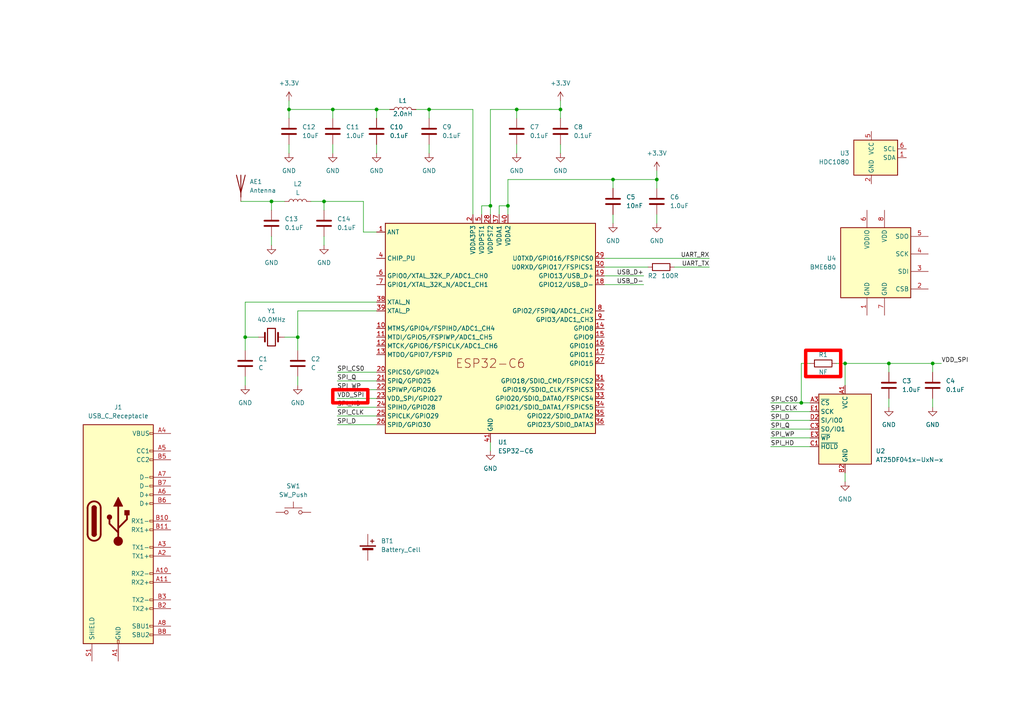
<source format=kicad_sch>
(kicad_sch (version 20230121) (generator eeschema)
  (paper "A4")
  (lib_symbols
    (symbol "Connector:USB_C_Receptacle" (pin_names (offset 1.016))
      (property "Reference" "J" (at -10.16 29.21 0))
      (property "Value" "USB_C_Receptacle" (at 10.16 29.21 0))
      (symbol "USB_C_Receptacle_0_0"
        (rectangle (start -0.254 -35.56) (end 0.254 -34.544))
        (rectangle (start 10.16 -32.766) (end 9.144 -33.274))
        (rectangle (start 10.16 -30.226) (end 9.144 -30.734))
        (rectangle (start 10.16 -25.146) (end 9.144 -25.654))
        (rectangle (start 10.16 -22.606) (end 9.144 -23.114))
        (rectangle (start 10.16 -17.526) (end 9.144 -18.034))
        (rectangle (start 10.16 -14.986) (end 9.144 -15.494))
        (rectangle (start 10.16 -9.906) (end 9.144 -10.414))
        (rectangle (start 10.16 -7.366) (end 9.144 -7.874))
        (rectangle (start 10.16 -2.286) (end 9.144 -2.794))
        (rectangle (start 10.16 0.254) (end 9.144 -0.254))
        (rectangle (start 10.16 5.334) (end 9.144 4.826))
        (rectangle (start 10.16 7.874) (end 9.144 7.366))
        (rectangle (start 10.16 10.414) (end 9.144 9.906))
        (rectangle (start 10.16 12.954) (end 9.144 12.446))
        (rectangle (start 10.16 18.034) (end 9.144 17.526))
        (rectangle (start 10.16 20.574) (end 9.144 20.066))
        (rectangle (start 10.16 25.654) (end 9.144 25.146))
      )
      (symbol "USB_C_Receptacle_0_1"
        (rectangle (start -10.16 27.94) (end 10.16 -35.56) (stroke (width 0.254)) (fill (type background)))
        (arc (start -8.89 -3.81) (mid -6.985 -5.7067) (end -5.08 -3.81) (stroke (width 0.508)))
        (arc (start -7.62 -3.81) (mid -6.985 -4.4423) (end -6.35 -3.81) (stroke (width 0.254)))
        (arc (start -7.62 -3.81) (mid -6.985 -4.4423) (end -6.35 -3.81) (stroke (width 0.254)) (fill (type outline)))
        (rectangle (start -7.62 -3.81) (end -6.35 3.81) (stroke (width 0.254)) (fill (type outline)))
        (arc (start -6.35 3.81) (mid -6.985 4.4423) (end -7.62 3.81) (stroke (width 0.254)))
        (arc (start -6.35 3.81) (mid -6.985 4.4423) (end -7.62 3.81) (stroke (width 0.254)) (fill (type outline)))
        (arc (start -5.08 3.81) (mid -6.985 5.7067) (end -8.89 3.81) (stroke (width 0.508)))
        (polyline (pts (xy -8.89 -3.81) (xy -8.89 3.81)) (stroke (width 0.508)))
        (polyline (pts (xy -5.08 3.81) (xy -5.08 -3.81)) (stroke (width 0.508)))
      )
      (symbol "USB_C_Receptacle_1_1"
        (circle (center -2.54 1.143) (radius 0.635) (stroke (width 0.254)) (fill (type outline)))
        (circle (center 0 -5.842) (radius 1.27) (fill (type outline)))
        (polyline (pts (xy 0 -5.842) (xy 0 4.318)) (stroke (width 0.508)))
        (polyline (pts (xy 0 -3.302) (xy -2.54 -0.762) (xy -2.54 0.508)) (stroke (width 0.508)))
        (polyline (pts (xy 0 -2.032) (xy 2.54 0.508) (xy 2.54 1.778)) (stroke (width 0.508)))
        (polyline (pts (xy -1.27 4.318) (xy 0 6.858) (xy 1.27 4.318) (xy -1.27 4.318)) (stroke (width 0.254)) (fill (type outline)))
        (rectangle (start 1.905 1.778) (end 3.175 3.048) (stroke (width 0.254)) (fill (type outline)))
        (pin passive line (at 0 -40.64 90) (length 5.08) (name "GND") (number "A1"))
        (pin bidirectional line (at 15.24 -15.24 180) (length 5.08) (name "RX2-") (number "A10"))
        (pin bidirectional line (at 15.24 -17.78 180) (length 5.08) (name "RX2+") (number "A11"))
        (pin passive line (at 0 -40.64 90) (length 5.08) hide (name "GND") (number "A12"))
        (pin bidirectional line (at 15.24 -10.16 180) (length 5.08) (name "TX1+") (number "A2"))
        (pin bidirectional line (at 15.24 -7.62 180) (length 5.08) (name "TX1-") (number "A3"))
        (pin passive line (at 15.24 25.4 180) (length 5.08) (name "VBUS") (number "A4"))
        (pin bidirectional line (at 15.24 20.32 180) (length 5.08) (name "CC1") (number "A5"))
        (pin bidirectional line (at 15.24 7.62 180) (length 5.08) (name "D+") (number "A6"))
        (pin bidirectional line (at 15.24 12.7 180) (length 5.08) (name "D-") (number "A7"))
        (pin bidirectional line (at 15.24 -30.48 180) (length 5.08) (name "SBU1") (number "A8"))
        (pin passive line (at 15.24 25.4 180) (length 5.08) hide (name "VBUS") (number "A9"))
        (pin passive line (at 0 -40.64 90) (length 5.08) hide (name "GND") (number "B1"))
        (pin bidirectional line (at 15.24 0 180) (length 5.08) (name "RX1-") (number "B10"))
        (pin bidirectional line (at 15.24 -2.54 180) (length 5.08) (name "RX1+") (number "B11"))
        (pin passive line (at 0 -40.64 90) (length 5.08) hide (name "GND") (number "B12"))
        (pin bidirectional line (at 15.24 -25.4 180) (length 5.08) (name "TX2+") (number "B2"))
        (pin bidirectional line (at 15.24 -22.86 180) (length 5.08) (name "TX2-") (number "B3"))
        (pin passive line (at 15.24 25.4 180) (length 5.08) hide (name "VBUS") (number "B4"))
        (pin bidirectional line (at 15.24 17.78 180) (length 5.08) (name "CC2") (number "B5"))
        (pin bidirectional line (at 15.24 5.08 180) (length 5.08) (name "D+") (number "B6"))
        (pin bidirectional line (at 15.24 10.16 180) (length 5.08) (name "D-") (number "B7"))
        (pin bidirectional line (at 15.24 -33.02 180) (length 5.08) (name "SBU2") (number "B8"))
        (pin passive line (at 15.24 25.4 180) (length 5.08) hide (name "VBUS") (number "B9"))
        (pin passive line (at -7.62 -40.64 90) (length 5.08) (name "SHIELD") (number "S1"))
      )
    )
    (symbol "Device:Antenna" (pin_numbers hide) (pin_names (offset 1.016) hide)
      (property "Reference" "AE" (at -1.905 1.905 0))
      (property "Value" "Antenna" (at -1.905 0 0))
      (symbol "Antenna_0_1"
        (polyline (pts (xy 0 2.54) (xy 0 -3.81)) (stroke (width 0.254)))
        (polyline (pts (xy 1.27 2.54) (xy 0 -2.54) (xy -1.27 2.54)) (stroke (width 0.254)))
      )
      (symbol "Antenna_1_1"
        (pin input line (at 0 -5.08 90) (length 2.54) (name "A") (number "1"))
      )
    )
    (symbol "Device:Battery_Cell" (pin_numbers hide) (pin_names (offset 0) hide)
      (property "Reference" "BT" (at 2.54 2.54 0))
      (property "Value" "Battery_Cell" (at 2.54 0 0))
      (symbol "Battery_Cell_0_1"
        (rectangle (start -2.286 1.778) (end 2.286 1.524) (fill (type outline)))
        (rectangle (start -1.524 1.016) (end 1.524 0.508) (fill (type outline)))
        (polyline (pts (xy 0 0.762) (xy 0 0)))
        (polyline (pts (xy 0 1.778) (xy 0 2.54)))
        (polyline (pts (xy 0.762 3.048) (xy 1.778 3.048)) (stroke (width 0.254)))
        (polyline (pts (xy 1.27 3.556) (xy 1.27 2.54)) (stroke (width 0.254)))
      )
      (symbol "Battery_Cell_1_1"
        (pin passive line (at 0 5.08 270) (length 2.54) (name "+") (number "1"))
        (pin passive line (at 0 -2.54 90) (length 2.54) (name "-") (number "2"))
      )
    )
    (symbol "Device:C" (pin_numbers hide) (pin_names (offset 0.254))
      (property "Reference" "C" (at 0.635 2.54 0))
      (property "Value" "C" (at 0.635 -2.54 0))
      (symbol "C_0_1"
        (polyline (pts (xy -2.032 -0.762) (xy 2.032 -0.762)) (stroke (width 0.508)))
        (polyline (pts (xy -2.032 0.762) (xy 2.032 0.762)) (stroke (width 0.508)))
      )
      (symbol "C_1_1"
        (pin passive line (at 0 3.81 270) (length 2.794) (name "~") (number "1"))
        (pin passive line (at 0 -3.81 90) (length 2.794) (name "~") (number "2"))
      )
    )
    (symbol "Device:Crystal" (pin_numbers hide) (pin_names (offset 1.016) hide)
      (property "Reference" "Y" (at 0 3.81 0))
      (property "Value" "Crystal" (at 0 -3.81 0))
      (symbol "Crystal_0_1"
        (rectangle (start -1.143 2.54) (end 1.143 -2.54) (stroke (width 0.3048)))
        (polyline (pts (xy -2.54 0) (xy -1.905 0)))
        (polyline (pts (xy -1.905 -1.27) (xy -1.905 1.27)) (stroke (width 0.508)))
        (polyline (pts (xy 1.905 -1.27) (xy 1.905 1.27)) (stroke (width 0.508)))
        (polyline (pts (xy 2.54 0) (xy 1.905 0)))
      )
      (symbol "Crystal_1_1"
        (pin passive line (at -3.81 0 0) (length 1.27) (name "1") (number "1"))
        (pin passive line (at 3.81 0 180) (length 1.27) (name "2") (number "2"))
      )
    )
    (symbol "Device:L" (pin_numbers hide) (pin_names (offset 1.016) hide)
      (property "Reference" "L" (at -1.27 0 90))
      (property "Value" "L" (at 1.905 0 90))
      (symbol "L_0_1"
        (arc (start 0 -2.54) (mid 0.6323 -1.905) (end 0 -1.27))
        (arc (start 0 -1.27) (mid 0.6323 -0.635) (end 0 0))
        (arc (start 0 0) (mid 0.6323 0.635) (end 0 1.27))
        (arc (start 0 1.27) (mid 0.6323 1.905) (end 0 2.54))
      )
      (symbol "L_1_1"
        (pin passive line (at 0 3.81 270) (length 1.27) (name "1") (number "1"))
        (pin passive line (at 0 -3.81 90) (length 1.27) (name "2") (number "2"))
      )
    )
    (symbol "Device:R" (pin_numbers hide) (pin_names (offset 0))
      (property "Reference" "R" (at 2.032 0 90))
      (property "Value" "R" (at 0 0 90))
      (symbol "R_0_1"
        (rectangle (start -1.016 -2.54) (end 1.016 2.54) (stroke (width 0.254)))
      )
      (symbol "R_1_1"
        (pin passive line (at 0 3.81 270) (length 1.27) (name "~") (number "1"))
        (pin passive line (at 0 -3.81 90) (length 1.27) (name "~") (number "2"))
      )
    )
    (symbol "Memory_Flash:AT25DF041x-UxN-x"
      (property "Reference" "U" (at -6.35 11.43 0))
      (property "Value" "AT25DF041x-UxN-x" (at 11.43 11.43 0))
      (symbol "AT25DF041x-UxN-x_0_1"
        (rectangle (start -7.62 10.16) (end 7.62 -10.16) (stroke (width 0.254)) (fill (type background)))
      )
      (symbol "AT25DF041x-UxN-x_1_1"
        (pin power_in line (at 0 12.7 270) (length 2.54) (name "VCC") (number "A1"))
        (pin input line (at -10.16 7.62 0) (length 2.54) (name "~{CS}") (number "A3"))
        (pin power_in line (at 0 -12.7 90) (length 2.54) (name "GND") (number "B2"))
        (pin bidirectional line (at -10.16 -5.08 0) (length 2.54) (name "~{HOLD}") (number "C1"))
        (pin bidirectional line (at -10.16 0 0) (length 2.54) (name "SO/IO1") (number "C3"))
        (pin bidirectional line (at -10.16 2.54 0) (length 2.54) (name "SI/IO0") (number "D2"))
        (pin input line (at -10.16 5.08 0) (length 2.54) (name "SCK") (number "E1"))
        (pin bidirectional line (at -10.16 -2.54 0) (length 2.54) (name "~{WP}") (number "E3"))
      )
    )
    (symbol "PCM_Espressif:ESP32-C6"
      (property "Reference" "U" (at -27.94 33.02 0))
      (property "Value" "ESP32-C6" (at 25.4 33.02 0))
      (symbol "ESP32-C6_0_0"
        (text "ESP32-C6" (at 0 -10.16 0) (effects (font (size 2.54 2.54))))
      )
      (symbol "ESP32-C6_0_1"
        (rectangle (start -30.48 30.48) (end 30.48 -30.48) (stroke (width 0.254)) (fill (type background)))
      )
      (symbol "ESP32-C6_1_1"
        (pin bidirectional line (at -33.02 27.94 0) (length 2.54) (name "ANT") (number "1"))
        (pin bidirectional line (at -33.02 0 0) (length 2.54) (name "MTMS/GPIO4/FSPIHD/ADC1_CH4") (number "10"))
        (pin bidirectional line (at -33.02 -2.54 0) (length 2.54) (name "MTDI/GPIO5/FSPIWP/ADC1_CH5") (number "11"))
        (pin bidirectional line (at -33.02 -5.08 0) (length 2.54) (name "MTCK/GPIO6/FSPICLK/ADC1_CH6") (number "12"))
        (pin bidirectional line (at -33.02 -7.62 0) (length 2.54) (name "MTDO/GPIO7/FSPID") (number "13"))
        (pin bidirectional line (at 33.02 0 180) (length 2.54) (name "GPIO8") (number "14"))
        (pin bidirectional line (at 33.02 -2.54 180) (length 2.54) (name "GPIO9") (number "15"))
        (pin bidirectional line (at 33.02 -5.08 180) (length 2.54) (name "GPIO10") (number "16"))
        (pin bidirectional line (at 33.02 -7.62 180) (length 2.54) (name "GPIO11") (number "17"))
        (pin bidirectional line (at 33.02 12.7 180) (length 2.54) (name "GPIO12/USB_D-") (number "18"))
        (pin bidirectional line (at 33.02 15.24 180) (length 2.54) (name "GPIO13/USB_D+") (number "19"))
        (pin power_in line (at -5.08 33.02 270) (length 2.54) (name "VDDA3P3") (number "2"))
        (pin bidirectional line (at -33.02 -12.7 0) (length 2.54) (name "SPICS0/GPIO24") (number "20"))
        (pin bidirectional line (at -33.02 -15.24 0) (length 2.54) (name "SPIQ/GPIO25") (number "21"))
        (pin bidirectional line (at -33.02 -17.78 0) (length 2.54) (name "SPIWP/GPIO26") (number "22"))
        (pin bidirectional line (at -33.02 -20.32 0) (length 2.54) (name "VDD_SPI/GPIO27") (number "23"))
        (pin bidirectional line (at -33.02 -22.86 0) (length 2.54) (name "SPIHD/GPIO28") (number "24"))
        (pin bidirectional line (at -33.02 -25.4 0) (length 2.54) (name "SPICLK/GPIO29") (number "25"))
        (pin bidirectional line (at -33.02 -27.94 0) (length 2.54) (name "SPID/GPIO30") (number "26"))
        (pin bidirectional line (at 33.02 -10.16 180) (length 2.54) (name "GPIO15") (number "27"))
        (pin power_in line (at 0 33.02 270) (length 2.54) (name "VDDPST2") (number "28"))
        (pin bidirectional line (at 33.02 20.32 180) (length 2.54) (name "U0TXD/GPIO16/FSPICS0") (number "29"))
        (pin passive line (at -5.08 33.02 270) (length 2.54) hide (name "VDDA3P3") (number "3"))
        (pin bidirectional line (at 33.02 17.78 180) (length 2.54) (name "U0RXD/GPIO17/FSPICS1") (number "30"))
        (pin bidirectional line (at 33.02 -15.24 180) (length 2.54) (name "GPIO18/SDIO_CMD/FSPICS2") (number "31"))
        (pin bidirectional line (at 33.02 -17.78 180) (length 2.54) (name "GPIO19/SDIO_CLK/FSPICS3") (number "32"))
        (pin bidirectional line (at 33.02 -20.32 180) (length 2.54) (name "GPIO20/SDIO_DATA0/FSPICS4") (number "33"))
        (pin bidirectional line (at 33.02 -22.86 180) (length 2.54) (name "GPIO21/SDIO_DATA1/FSPICS5") (number "34"))
        (pin bidirectional line (at 33.02 -25.4 180) (length 2.54) (name "GPIO22/SDIO_DATA2") (number "35"))
        (pin bidirectional line (at 33.02 -27.94 180) (length 2.54) (name "GPIO23/SDIO_DATA3") (number "36"))
        (pin power_in line (at 2.54 33.02 270) (length 2.54) (name "VDDA1") (number "37"))
        (pin output line (at -33.02 7.62 0) (length 2.54) (name "XTAL_N") (number "38"))
        (pin input line (at -33.02 5.08 0) (length 2.54) (name "XTAL_P") (number "39"))
        (pin input line (at -33.02 20.32 0) (length 2.54) (name "CHIP_PU") (number "4"))
        (pin power_in line (at 5.08 33.02 270) (length 2.54) (name "VDDA2") (number "40"))
        (pin power_in line (at 0 -33.02 90) (length 2.54) (name "GND") (number "41"))
        (pin power_in line (at -2.54 33.02 270) (length 2.54) (name "VDDPST1") (number "5"))
        (pin bidirectional line (at -33.02 15.24 0) (length 2.54) (name "GPIO0/XTAL_32K_P/ADC1_CH0") (number "6"))
        (pin bidirectional line (at -33.02 12.7 0) (length 2.54) (name "GPIO1/XTAL_32K_N/ADC1_CH1") (number "7"))
        (pin bidirectional line (at 33.02 5.08 180) (length 2.54) (name "GPIO2/FSPIQ/ADC1_CH2") (number "8"))
        (pin bidirectional line (at 33.02 2.54 180) (length 2.54) (name "GPIO3/ADC1_CH3") (number "9"))
      )
    )
    (symbol "Sensor:BME680"
      (property "Reference" "U" (at -8.89 11.43 0))
      (property "Value" "BME680" (at 7.62 11.43 0))
      (symbol "BME680_0_1"
        (rectangle (start -10.16 10.16) (end 10.16 -10.16) (stroke (width 0.254)) (fill (type background)))
      )
      (symbol "BME680_1_1"
        (pin power_in line (at -2.54 -15.24 90) (length 5.08) (name "GND") (number "1"))
        (pin input line (at 15.24 -7.62 180) (length 5.08) (name "CSB") (number "2"))
        (pin bidirectional line (at 15.24 -2.54 180) (length 5.08) (name "SDI") (number "3"))
        (pin input line (at 15.24 2.54 180) (length 5.08) (name "SCK") (number "4"))
        (pin bidirectional line (at 15.24 7.62 180) (length 5.08) (name "SDO") (number "5"))
        (pin power_in line (at -2.54 15.24 270) (length 5.08) (name "VDDIO") (number "6"))
        (pin power_in line (at 2.54 -15.24 90) (length 5.08) (name "GND") (number "7"))
        (pin power_in line (at 2.54 15.24 270) (length 5.08) (name "VDD") (number "8"))
      )
    )
    (symbol "Sensor_Humidity:HDC1080"
      (property "Reference" "U" (at -6.35 6.35 0))
      (property "Value" "HDC1080" (at 3.81 6.35 0))
      (symbol "HDC1080_0_1"
        (rectangle (start -7.62 5.08) (end 5.08 -5.08) (stroke (width 0.254)) (fill (type background)))
      )
      (symbol "HDC1080_1_1"
        (pin bidirectional line (at 7.62 0 180) (length 2.54) (name "SDA") (number "1"))
        (pin power_in line (at -2.54 -7.62 90) (length 2.54) (name "GND") (number "2"))
        (pin no_connect line (at -7.62 0 0) (length 2.54) hide (name "NC") (number "3"))
        (pin no_connect line (at -7.62 -2.54 0) (length 2.54) hide (name "NC") (number "4"))
        (pin power_in line (at -2.54 7.62 270) (length 2.54) (name "VCC") (number "5"))
        (pin input line (at 7.62 2.54 180) (length 2.54) (name "SCL") (number "6"))
        (pin no_connect line (at -7.62 2.54 0) (length 2.54) hide (name "DAP") (number "7"))
      )
    )
    (symbol "Switch:SW_Push" (pin_numbers hide) (pin_names (offset 1.016) hide)
      (property "Reference" "SW" (at 1.27 2.54 0))
      (property "Value" "SW_Push" (at 0 -1.524 0))
      (symbol "SW_Push_0_1"
        (circle (center -2.032 0) (radius 0.508))
        (polyline (pts (xy 0 1.27) (xy 0 3.048)))
        (polyline (pts (xy 2.54 1.27) (xy -2.54 1.27)))
        (circle (center 2.032 0) (radius 0.508))
        (pin passive line (at -5.08 0 0) (length 2.54) (name "1") (number "1"))
        (pin passive line (at 5.08 0 180) (length 2.54) (name "2") (number "2"))
      )
    )
    (symbol "power:+3.3V" (power) (pin_names (offset 0))
      (property "Value" "+3.3V" (at 0 3.556 0))
      (symbol "+3.3V_0_1"
        (polyline (pts (xy -0.762 1.27) (xy 0 2.54)))
        (polyline (pts (xy 0 0) (xy 0 2.54)))
        (polyline (pts (xy 0 2.54) (xy 0.762 1.27)))
      )
      (symbol "+3.3V_1_1"
        (pin power_in line (at 0 0 90) (length 0) hide (name "+3.3V") (number "1"))
      )
    )
    (symbol "power:GND" (power) (pin_names (offset 0))
      (property "Value" "GND" (at 0 -3.81 0))
      (symbol "GND_0_1"
        (polyline (pts (xy 0 0) (xy 0 -1.27) (xy 1.27 -1.27) (xy 0 -2.54) (xy -1.27 -1.27) (xy 0 -1.27)))
      )
      (symbol "GND_1_1"
        (pin power_in line (at 0 0 270) (length 0) hide (name "GND") (number "1"))
      )
    )
  )
  (junction (at 147.32 59.69))
  (junction (at 83.82 31.75))
  (junction (at 109.22 31.75))
  (junction (at 162.56 31.75))
  (junction (at 124.46 31.75))
  (junction (at 96.52 31.75))
  (junction (at 142.24 59.69))
  (junction (at 232.41 116.84))
  (junction (at 71.12 97.79))
  (junction (at 245.11 105.41))
  (junction (at 190.5 52.07))
  (junction (at 93.98 58.42))
  (junction (at 86.36 97.79))
  (junction (at 270.51 105.41))
  (junction (at 257.81 105.41))
  (junction (at 78.74 58.42))
  (junction (at 149.86 31.75))
  (junction (at 177.8 52.07))
  (wire (pts (xy 78.74 58.42) (xy 82.55 58.42)))
  (wire (pts (xy 175.26 82.55) (xy 186.69 82.55)))
  (wire (pts (xy 96.52 41.91) (xy 96.52 44.45)))
  (wire (pts (xy 149.86 41.91) (xy 149.86 44.45)))
  (wire (pts (xy 142.24 62.23) (xy 142.24 59.69)))
  (wire (pts (xy 162.56 29.21) (xy 162.56 31.75)))
  (wire (pts (xy 270.51 107.95) (xy 270.51 105.41)))
  (wire (pts (xy 137.16 31.75) (xy 124.46 31.75)))
  (wire (pts (xy 177.8 52.07) (xy 190.5 52.07)))
  (wire (pts (xy 142.24 59.69) (xy 142.24 31.75)))
  (wire (pts (xy 149.86 31.75) (xy 149.86 34.29)))
  (wire (pts (xy 223.52 129.54) (xy 234.95 129.54)))
  (wire (pts (xy 223.52 119.38) (xy 234.95 119.38)))
  (wire (pts (xy 97.79 110.49) (xy 109.22 110.49)))
  (wire (pts (xy 71.12 109.22) (xy 71.12 111.76)))
  (wire (pts (xy 71.12 97.79) (xy 71.12 87.63)))
  (wire (pts (xy 96.52 31.75) (xy 109.22 31.75)))
  (wire (pts (xy 144.78 59.69) (xy 147.32 59.69)))
  (wire (pts (xy 190.5 52.07) (xy 190.5 54.61)))
  (wire (pts (xy 195.58 77.47) (xy 205.74 77.47)))
  (wire (pts (xy 190.5 49.53) (xy 190.5 52.07)))
  (wire (pts (xy 257.81 105.41) (xy 245.11 105.41)))
  (wire (pts (xy 234.95 105.41) (xy 232.41 105.41)))
  (wire (pts (xy 124.46 31.75) (xy 124.46 34.29)))
  (wire (pts (xy 223.52 116.84) (xy 232.41 116.84)))
  (wire (pts (xy 139.7 59.69) (xy 142.24 59.69)))
  (wire (pts (xy 90.17 58.42) (xy 93.98 58.42)))
  (wire (pts (xy 71.12 97.79) (xy 74.93 97.79)))
  (wire (pts (xy 270.51 115.57) (xy 270.51 118.11)))
  (wire (pts (xy 109.22 67.31) (xy 105.41 67.31)))
  (wire (pts (xy 109.22 41.91) (xy 109.22 44.45)))
  (wire (pts (xy 120.65 31.75) (xy 124.46 31.75)))
  (wire (pts (xy 109.22 31.75) (xy 109.22 34.29)))
  (wire (pts (xy 83.82 41.91) (xy 83.82 44.45)))
  (wire (pts (xy 162.56 31.75) (xy 162.56 34.29)))
  (wire (pts (xy 142.24 31.75) (xy 149.86 31.75)))
  (wire (pts (xy 105.41 58.42) (xy 93.98 58.42)))
  (wire (pts (xy 175.26 77.47) (xy 187.96 77.47)))
  (wire (pts (xy 223.52 121.92) (xy 234.95 121.92)))
  (wire (pts (xy 97.79 123.19) (xy 109.22 123.19)))
  (wire (pts (xy 69.85 58.42) (xy 78.74 58.42)))
  (wire (pts (xy 257.81 115.57) (xy 257.81 118.11)))
  (wire (pts (xy 175.26 74.93) (xy 205.74 74.93)))
  (wire (pts (xy 86.36 109.22) (xy 86.36 111.76)))
  (wire (pts (xy 147.32 52.07) (xy 177.8 52.07)))
  (wire (pts (xy 78.74 68.58) (xy 78.74 71.12)))
  (wire (pts (xy 97.79 113.03) (xy 109.22 113.03)))
  (wire (pts (xy 71.12 87.63) (xy 109.22 87.63)))
  (wire (pts (xy 124.46 41.91) (xy 124.46 44.45)))
  (wire (pts (xy 139.7 62.23) (xy 139.7 59.69)))
  (wire (pts (xy 257.81 105.41) (xy 257.81 107.95)))
  (wire (pts (xy 245.11 137.16) (xy 245.11 139.7)))
  (wire (pts (xy 96.52 31.75) (xy 96.52 34.29)))
  (wire (pts (xy 105.41 67.31) (xy 105.41 58.42)))
  (wire (pts (xy 270.51 105.41) (xy 273.05 105.41)))
  (wire (pts (xy 270.51 105.41) (xy 257.81 105.41)))
  (wire (pts (xy 149.86 31.75) (xy 162.56 31.75)))
  (wire (pts (xy 232.41 116.84) (xy 234.95 116.84)))
  (wire (pts (xy 177.8 62.23) (xy 177.8 64.77)))
  (wire (pts (xy 223.52 127) (xy 234.95 127)))
  (wire (pts (xy 93.98 68.58) (xy 93.98 71.12)))
  (wire (pts (xy 223.52 124.46) (xy 234.95 124.46)))
  (wire (pts (xy 86.36 90.17) (xy 109.22 90.17)))
  (wire (pts (xy 97.79 115.57) (xy 109.22 115.57)))
  (wire (pts (xy 175.26 80.01) (xy 186.69 80.01)))
  (wire (pts (xy 177.8 52.07) (xy 177.8 54.61)))
  (wire (pts (xy 137.16 62.23) (xy 137.16 31.75)))
  (wire (pts (xy 144.78 62.23) (xy 144.78 59.69)))
  (wire (pts (xy 83.82 31.75) (xy 96.52 31.75)))
  (wire (pts (xy 142.24 128.27) (xy 142.24 130.81)))
  (wire (pts (xy 147.32 59.69) (xy 147.32 52.07)))
  (wire (pts (xy 82.55 97.79) (xy 86.36 97.79)))
  (wire (pts (xy 78.74 58.42) (xy 78.74 60.96)))
  (wire (pts (xy 86.36 97.79) (xy 86.36 90.17)))
  (wire (pts (xy 242.57 105.41) (xy 245.11 105.41)))
  (wire (pts (xy 86.36 97.79) (xy 86.36 101.6)))
  (wire (pts (xy 190.5 62.23) (xy 190.5 64.77)))
  (wire (pts (xy 83.82 29.21) (xy 83.82 31.75)))
  (wire (pts (xy 97.79 107.95) (xy 109.22 107.95)))
  (wire (pts (xy 71.12 101.6) (xy 71.12 97.79)))
  (wire (pts (xy 147.32 62.23) (xy 147.32 59.69)))
  (wire (pts (xy 93.98 58.42) (xy 93.98 60.96)))
  (wire (pts (xy 245.11 105.41) (xy 245.11 111.76)))
  (wire (pts (xy 97.79 118.11) (xy 109.22 118.11)))
  (wire (pts (xy 83.82 31.75) (xy 83.82 34.29)))
  (wire (pts (xy 232.41 105.41) (xy 232.41 116.84)))
  (wire (pts (xy 97.79 120.65) (xy 109.22 120.65)))
  (wire (pts (xy 109.22 31.75) (xy 113.03 31.75)))
  (wire (pts (xy 162.56 41.91) (xy 162.56 44.45)))
  (rectangle (start 96.52 113.03) (end 106.68 116.84) (stroke (width 1) (color 255 0 0 1)))
  (rectangle (start 233.68 101.6) (end 243.84 109.22) (stroke (width 1) (color 255 0 0 1)))
  (label "SPI_CLK" (at 223.52 119.38 0))
  (label "VDD_SPI" (at 273.05 105.41 0))
  (label "SPI_CLK" (at 97.79 120.65 0))
  (label "SPI_CS0" (at 223.52 116.84 0))
  (label "SPI_WP" (at 97.79 113.03 0))
  (label "SPI_WP" (at 223.52 127 0))
  (label "SPI_Q" (at 223.52 124.46 0))
  (label "VDD_SPI" (at 97.79 115.57 0))
  (label "UART_TX" (at 205.74 77.47 180))
  (label "SPI_D" (at 97.79 123.19 0))
  (label "UART_RX" (at 205.74 74.93 180))
  (label "SPI_CS0" (at 97.79 107.95 0))
  (label "SPI_Q" (at 97.79 110.49 0))
  (label "SPI_D" (at 223.52 121.92 0))
  (label "USB_D-" (at 186.69 82.55 180))
  (label "SPI_HD" (at 97.79 118.11 0))
  (label "USB_D+" (at 186.69 80.01 180))
  (label "SPI_HD" (at 223.52 129.54 0))
  (symbol (lib_id "power:GND") (at 83.82 44.45 0) (unit 1)
    (property "Reference" "#PWR018" (effects hide))
    (property "Value" "GND" (at 83.82 49.53 0))
  )
  (symbol (lib_id "Device:C") (at 93.98 64.77 0) (unit 1)
    (property "Reference" "C14" (at 97.79 63.5 0) (effects (justify left)))
    (property "Value" "0.1uF" (at 97.79 66.04 0) (effects (justify left)))
  )
  (symbol (lib_id "Device:R") (at 191.77 77.47 90) (unit 1)
    (property "Reference" "R2" (at 189.23 80.01 90))
    (property "Value" "100R" (at 194.31 80.01 90))
  )
  (symbol (lib_id "Device:C") (at 149.86 38.1 0) (unit 1)
    (property "Reference" "C7" (at 153.67 36.83 0) (effects (justify left)))
    (property "Value" "0.1uF" (at 153.67 39.37 0) (effects (justify left)))
  )
  (symbol (lib_id "Device:C") (at 86.36 105.41 0) (unit 1)
    (property "Reference" "C2" (at 90.17 104.14 0) (effects (justify left)))
    (property "Value" "C" (at 90.17 106.68 0) (effects (justify left)))
  )
  (symbol (lib_id "PCM_Espressif:ESP32-C6") (at 142.24 95.25 0) (unit 1)
    (property "Reference" "U1" (at 144.4341 128.27 0) (effects (justify left)))
    (property "Value" "ESP32-C6" (at 144.4341 130.81 0) (effects (justify left)))
    (property "Footprint" "Package_DFN_QFN:QFN-40-1EP_5x5mm_P0.4mm_EP3.6x3.6mm" (effects hide))
    (property "Datasheet" "https://www.espressif.com/sites/default/files/documentation/esp32-c6_datasheet_en.pdf" (effects hide))
  )
  (symbol (lib_id "Memory_Flash:AT25DF041x-UxN-x") (at 245.11 124.46 0) (unit 1)
    (property "Reference" "U2" (at 254 130.81 0) (effects (justify left)))
    (property "Value" "AT25DF041x-UxN-x" (at 254 133.35 0) (effects (justify left)))
    (property "Footprint" "Package_CSP:WLCSP-8_1.58x1.63x0.35mm_Layout3x5_P0.35x0.4mm_Ball0.25mm_Pad0.25mm_NSMD" (effects hide))
    (property "Datasheet" "http://www.adestotech.com/wp-content/uploads/DS-AT25DF041B_040.pdf" (effects hide))
  )
  (symbol (lib_id "Device:R") (at 238.76 105.41 90) (unit 1)
    (property "Reference" "R1" (at 238.76 102.87 90))
    (property "Value" "NF" (at 238.76 107.95 90))
  )
  (symbol (lib_id "power:GND") (at 93.98 71.12 0) (unit 1)
    (property "Reference" "#PWR021" (effects hide))
    (property "Value" "GND" (at 93.98 76.2 0))
  )
  (symbol (lib_id "Device:C") (at 71.12 105.41 0) (unit 1)
    (property "Reference" "C1" (at 74.93 104.14 0) (effects (justify left)))
    (property "Value" "C" (at 74.93 106.68 0) (effects (justify left)))
  )
  (symbol (lib_id "power:GND") (at 124.46 44.45 0) (unit 1)
    (property "Reference" "#PWR015" (effects hide))
    (property "Value" "GND" (at 124.46 49.53 0))
  )
  (symbol (lib_id "Device:Crystal") (at 78.74 97.79 180) (unit 1)
    (property "Reference" "Y1" (at 78.74 90.17 0))
    (property "Value" "40.0MHz" (at 78.74 92.71 0))
  )
  (symbol (lib_id "power:GND") (at 162.56 44.45 0) (unit 1)
    (property "Reference" "#PWR014" (effects hide))
    (property "Value" "GND" (at 162.56 49.53 0))
  )
  (symbol (lib_id "Device:L") (at 86.36 58.42 90) (unit 1)
    (property "Reference" "L2" (at 86.36 53.34 90))
    (property "Value" "L" (at 86.36 55.88 90))
  )
  (symbol (lib_id "Device:C") (at 177.8 58.42 0) (unit 1)
    (property "Reference" "C5" (at 181.61 57.15 0) (effects (justify left)))
    (property "Value" "10nF" (at 181.61 59.69 0) (effects (justify left)))
  )
  (symbol (lib_id "Device:Antenna") (at 69.85 53.34 0) (unit 1)
    (property "Reference" "AE1" (at 72.39 52.705 0) (effects (justify left)))
    (property "Value" "Antenna" (at 72.39 55.245 0) (effects (justify left)))
  )
  (symbol (lib_id "Sensor:BME680") (at 254 76.2 0) (unit 1)
    (property "Reference" "U4" (at 242.57 74.93 0) (effects (justify right)))
    (property "Value" "BME680" (at 242.57 77.47 0) (effects (justify right)))
    (property "Footprint" "Package_LGA:Bosch_LGA-8_3x3mm_P0.8mm_ClockwisePinNumbering" (effects hide))
    (property "Datasheet" "https://ae-bst.resource.bosch.com/media/_tech/media/datasheets/BST-BME680-DS001.pdf" (effects hide))
  )
  (symbol (lib_id "Connector:USB_C_Receptacle") (at 34.29 151.13 0) (unit 1)
    (property "Reference" "J1" (at 34.29 118.11 0))
    (property "Value" "USB_C_Receptacle" (at 34.29 120.65 0))
    (property "Datasheet" "https://www.usb.org/sites/default/files/documents/usb_type-c.zip" (effects hide))
  )
  (symbol (lib_id "Device:C") (at 96.52 38.1 0) (unit 1)
    (property "Reference" "C11" (at 100.33 36.83 0) (effects (justify left)))
    (property "Value" "1.0uF" (at 100.33 39.37 0) (effects (justify left)))
  )
  (symbol (lib_id "Device:C") (at 109.22 38.1 0) (unit 1)
    (property "Reference" "C10" (at 113.03 36.83 0) (effects (justify left)))
    (property "Value" "0.1uF" (at 113.03 39.37 0) (effects (justify left)))
  )
  (symbol (lib_id "Device:L") (at 116.84 31.75 90) (unit 1)
    (property "Reference" "L1" (at 116.84 29.21 90))
    (property "Value" "2.0nH" (at 116.84 33.02 90))
  )
  (symbol (lib_id "power:GND") (at 190.5 64.77 0) (unit 1)
    (property "Reference" "#PWR010" (effects hide))
    (property "Value" "GND" (at 190.5 69.85 0))
  )
  (symbol (lib_id "power:GND") (at 71.12 111.76 0) (unit 1)
    (property "Reference" "#PWR04" (effects hide))
    (property "Value" "GND" (at 71.12 116.84 0))
  )
  (symbol (lib_id "power:GND") (at 78.74 71.12 0) (unit 1)
    (property "Reference" "#PWR020" (effects hide))
    (property "Value" "GND" (at 78.74 76.2 0))
  )
  (symbol (lib_id "power:GND") (at 142.24 130.81 0) (unit 1)
    (property "Reference" "#PWR01" (effects hide))
    (property "Value" "GND" (at 142.24 135.89 0))
  )
  (symbol (lib_id "Device:C") (at 83.82 38.1 0) (unit 1)
    (property "Reference" "C12" (at 87.63 36.83 0) (effects (justify left)))
    (property "Value" "10uF" (at 87.63 39.37 0) (effects (justify left)))
  )
  (symbol (lib_id "power:GND") (at 245.11 139.7 0) (unit 1)
    (property "Reference" "#PWR06" (effects hide))
    (property "Value" "GND" (at 245.11 144.78 0))
  )
  (symbol (lib_id "power:GND") (at 270.51 118.11 0) (unit 1)
    (property "Reference" "#PWR08" (effects hide))
    (property "Value" "GND" (at 270.51 123.19 0))
  )
  (symbol (lib_id "Device:Battery_Cell") (at 106.68 160.02 0) (unit 1)
    (property "Reference" "BT1" (at 110.49 156.9085 0) (effects (justify left)))
    (property "Value" "Battery_Cell" (at 110.49 159.4485 0) (effects (justify left)))
  )
  (symbol (lib_id "power:+3.3V") (at 190.5 49.53 0) (unit 1)
    (property "Reference" "#PWR011" (effects hide))
    (property "Value" "+3.3V" (at 190.5 44.45 0))
  )
  (symbol (lib_id "power:GND") (at 96.52 44.45 0) (unit 1)
    (property "Reference" "#PWR017" (effects hide))
    (property "Value" "GND" (at 96.52 49.53 0))
  )
  (symbol (lib_id "Device:C") (at 124.46 38.1 0) (unit 1)
    (property "Reference" "C9" (at 128.27 36.83 0) (effects (justify left)))
    (property "Value" "0.1uF" (at 128.27 39.37 0) (effects (justify left)))
  )
  (symbol (lib_id "power:+3.3V") (at 162.56 29.21 0) (unit 1)
    (property "Reference" "#PWR013" (effects hide))
    (property "Value" "+3.3V" (at 162.56 24.13 0))
  )
  (symbol (lib_id "Device:C") (at 162.56 38.1 0) (unit 1)
    (property "Reference" "C8" (at 166.37 36.83 0) (effects (justify left)))
    (property "Value" "0.1uF" (at 166.37 39.37 0) (effects (justify left)))
  )
  (symbol (lib_id "Sensor_Humidity:HDC1080") (at 255.27 45.72 0) (unit 1)
    (property "Reference" "U3" (at 246.38 44.45 0) (effects (justify right)))
    (property "Value" "HDC1080" (at 246.38 46.99 0) (effects (justify right)))
    (property "Footprint" "Package_SON:Texas_PWSON-N6" (effects hide))
    (property "Datasheet" "http://www.ti.com/lit/ds/symlink/hdc1080.pdf" (effects hide))
  )
  (symbol (lib_id "power:+3.3V") (at 83.82 29.21 0) (unit 1)
    (property "Reference" "#PWR019" (effects hide))
    (property "Value" "+3.3V" (at 83.82 24.13 0))
  )
  (symbol (lib_id "Switch:SW_Push") (at 85.09 148.59 0) (unit 1)
    (property "Reference" "SW1" (at 85.09 140.97 0))
    (property "Value" "SW_Push" (at 85.09 143.51 0))
  )
  (symbol (lib_id "Device:C") (at 257.81 111.76 0) (unit 1)
    (property "Reference" "C3" (at 261.62 110.49 0) (effects (justify left)))
    (property "Value" "1.0uF" (at 261.62 113.03 0) (effects (justify left)))
  )
  (symbol (lib_id "Device:C") (at 190.5 58.42 0) (unit 1)
    (property "Reference" "C6" (at 194.31 57.15 0) (effects (justify left)))
    (property "Value" "1.0uF" (at 194.31 59.69 0) (effects (justify left)))
  )
  (symbol (lib_id "power:GND") (at 149.86 44.45 0) (unit 1)
    (property "Reference" "#PWR012" (effects hide))
    (property "Value" "GND" (at 149.86 49.53 0))
  )
  (symbol (lib_id "Device:C") (at 78.74 64.77 0) (unit 1)
    (property "Reference" "C13" (at 82.55 63.5 0) (effects (justify left)))
    (property "Value" "0.1uF" (at 82.55 66.04 0) (effects (justify left)))
  )
  (symbol (lib_id "power:GND") (at 109.22 44.45 0) (unit 1)
    (property "Reference" "#PWR016" (effects hide))
    (property "Value" "GND" (at 109.22 49.53 0))
  )
  (symbol (lib_id "Device:C") (at 270.51 111.76 0) (unit 1)
    (property "Reference" "C4" (at 274.32 110.49 0) (effects (justify left)))
    (property "Value" "0.1uF" (at 274.32 113.03 0) (effects (justify left)))
  )
  (symbol (lib_id "power:GND") (at 86.36 111.76 0) (unit 1)
    (property "Reference" "#PWR05" (effects hide))
    (property "Value" "GND" (at 86.36 116.84 0))
  )
  (symbol (lib_id "power:GND") (at 257.81 118.11 0) (unit 1)
    (property "Reference" "#PWR07" (effects hide))
    (property "Value" "GND" (at 257.81 123.19 0))
  )
  (symbol (lib_id "power:GND") (at 177.8 64.77 0) (unit 1)
    (property "Reference" "#PWR09" (effects hide))
    (property "Value" "GND" (at 177.8 69.85 0))
  )
)
</source>
